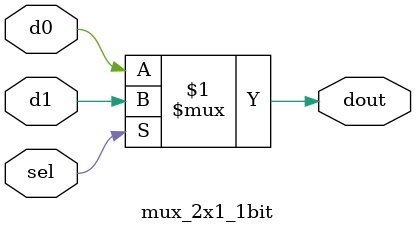
<source format=v>
module mux_2x1_1bit(dout,d0,d1,sel);
	output dout;
	input d0,d1;
	input sel;
	assign dout = sel ? d1 : d0;
endmodule
</source>
